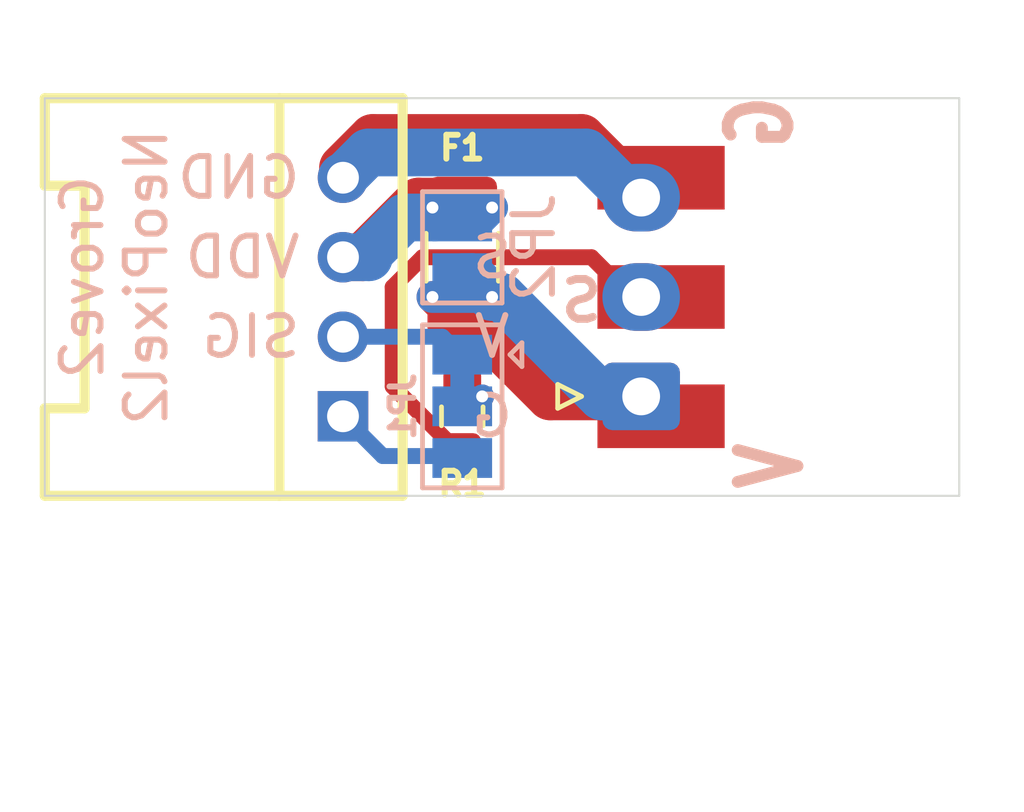
<source format=kicad_pcb>
(kicad_pcb (version 20211014) (generator pcbnew)
  (layers (0 "F.Cu" signal) (31 "B.Cu" signal) (34 "B.Paste" user) (35 "F.Paste" user) (36 "B.SilkS" user "B.Silkscreen") (37 "F.SilkS" user "F.Silkscreen") (38 "B.Mask" user) (39 "F.Mask" user) (44 "Edge.Cuts" user))
  (net 0 "")
  (net 1 "VDD")
  (net 2 "GND")
  (net 3 "Net-(CN1-Pad1)")
  (net 4 "Net-(CN1-Pad2)")
  (net 5 "Net-(JP1-Pad2)")
  (net 6 "Net-(F1-Pad1)")
  (net 7 "Net-(J1-Pad2)")
  (footprint "akita:MountingHole_1.6mm" (layer "F.Cu") (at 21.25 8)
    (fp_text reference "REF**" hide)
    (fp_text value "MountingHole_1.6mm" hide)
    (pad "" np_thru_hole circle (at 0 0) (size 1.6 1.6) (drill 1.6) (layers F&B.Cu *.Mask))
  )
  (footprint "akita:Pad_SMD1.6x3.2mm" (layer "F.Cu") (at 15.5 5)
    (fp_text reference "J3" hide)
    (fp_text value "Conn_01x01" hide)
    (pad "1" smd rect (at 0 0) (size 3.2 1.6) (layers "F.Cu" "F.Mask") (net 7 "Net-(J1-Pad2)"))
  )
  (footprint "akita:Pad_SMD1.6x3.2mm" (layer "F.Cu") (at 15.5 8)
    (fp_text reference "J2" hide)
    (fp_text value "Conn_01x01" hide)
    (pad "1" smd rect (at 0 0) (size 3.2 1.6) (layers "F.Cu" "F.Mask") (net 6 "Net-(F1-Pad1)"))
  )
  (footprint "akita:Pad_SMD1.6x3.2mm" (layer "F.Cu") (at 15.5 2)
    (fp_text reference "J4" hide)
    (fp_text value "Conn_01x01" hide)
    (pad "1" smd rect (at 0 0) (size 3.2 1.6) (layers "F.Cu" "F.Mask") (net 2 "GND"))
  )
  (footprint "akita:CON_GROVE_H" (layer "F.Cu") (at 7.5 5 90)
    (fp_text reference "CN1" hide)
    (fp_text value "CON_GROVE")
    (fp_line (start 2.8 -7.5) (end 5 -7.5) (layer "F.SilkS") (width 0.254))
    (fp_line (start 5 1.5) (end 5 -1.6) (layer "F.SilkS") (width 0.254))
    (fp_line (start -5 -7.5) (end -2.8 -7.5) (layer "F.SilkS") (width 0.254))
    (fp_line (start 2.8 -6.5) (end 2.8 -7.5) (layer "F.SilkS") (width 0.254))
    (fp_line (start -5 -1.6) (end 5 -1.6) (layer "F.SilkS") (width 0.254))
    (fp_line (start -2.8 -7.5) (end -2.8 -6.5) (layer "F.SilkS") (width 0.254))
    (fp_line (start -5 -1.6) (end -5 1.5) (layer "F.SilkS") (width 0.254))
    (fp_line (start 5 -1.6) (end 5 -7.5) (layer "F.SilkS") (width 0.254))
    (fp_line (start -5 -1) (end -5 1) (layer "F.SilkS") (width 0.127))
    (fp_line (start -5 -7.5) (end -5 -1.6) (layer "F.SilkS") (width 0.254))
    (fp_line (start -5 1.5) (end 5 1.5) (layer "F.SilkS") (width 0.254))
    (fp_line (start -2.8 -6.5) (end 2.8 -6.5) (layer "F.SilkS") (width 0.254))
    (pad "1" thru_hole rect (at -3 0 90) (size 1.27 1.27) (drill 0.8) (layers *.Cu *.Mask) (net 3 "Net-(CN1-Pad1)"))
    (pad "2" thru_hole circle (at -1 0 90) (size 1.27 1.27) (drill 0.8) (layers *.Cu *.Mask) (net 4 "Net-(CN1-Pad2)"))
    (pad "3" thru_hole circle (at 1 0 90) (size 1.27 1.27) (drill 0.8) (layers *.Cu *.Mask) (net 1 "VDD"))
    (pad "4" thru_hole circle (at 3 0 90) (size 1.27 1.27) (drill 0.8) (layers *.Cu *.Mask) (net 2 "GND"))
  )
  (footprint "Fuse:Fuse_1206_3216Metric" (layer "F.Cu") (at 10.5 4 90)
    (fp_text reference "F1" (at 2.75 0 180) (layer "F.SilkS") (effects (font (size 0.6 0.6))))
    (fp_text value "2A")
    (fp_line (start -0.602064 0.91) (end 0.602064 0.91) (layer "F.SilkS") (width 0.12))
    (fp_line (start -0.602064 -0.91) (end 0.602064 -0.91) (layer "F.SilkS") (width 0.12))
    (pad "1" smd roundrect locked (at -1.4 0 90) (size 1.25 1.75) (layers "F.Cu" "F.Paste" "F.Mask") (roundrect_rratio 0.2) (net 6 "Net-(F1-Pad1)"))
    (pad "2" smd roundrect locked (at 1.4 0 90) (size 1.25 1.75) (layers "F.Cu" "F.Paste" "F.Mask") (roundrect_rratio 0.2) (net 1 "VDD"))
  )
  (footprint "akita:MountingHole_1.6mm" (layer "F.Cu") (at 21.25 2)
    (fp_text reference "REF**" hide)
    (fp_text value "MountingHole_1.6mm" hide)
    (pad "" np_thru_hole circle (at 0 0) (size 1.6 1.6) (drill 1.6) (layers F&B.Cu *.Mask))
  )
  (footprint "akita:MountingHole_1.6mm" (layer "F.Cu") (at 21.25 5)
    (fp_text reference "REF**" hide)
    (fp_text value "MountingHole_1.6mm" hide)
    (pad "" np_thru_hole circle (at 0 0) (size 1.6 1.6) (drill 1.6) (layers F&B.Cu *.Mask))
  )
  (footprint "Connector_JST:JST_XH_S3B-XH-A-1_1x03_P2.50mm_Horizontal" (layer "F.Cu") (at 15 7.5 90)
    (fp_text reference "J1" hide)
    (fp_text value "Conn_01x03")
    (fp_line (start -0.3 -2.1) (end 0.3 -2.1) (layer "F.SilkS") (width 0.12))
    (fp_line (start 0 -1.5) (end -0.3 -2.1) (layer "F.SilkS") (width 0.12))
    (fp_line (start 0.3 -2.1) (end 0 -1.5) (layer "F.SilkS") (width 0.12))
    (pad "1" thru_hole roundrect (at 0 0 90) (size 1.7 1.95) (drill 0.95) (layers *.Cu *.Mask) (roundrect_rratio 0.147059) (net 6 "Net-(F1-Pad1)"))
    (pad "2" thru_hole oval (at 2.5 0 90) (size 1.7 1.95) (drill 0.95) (layers *.Cu *.Mask) (net 7 "Net-(J1-Pad2)"))
    (pad "3" thru_hole oval (at 5 0 90) (size 1.7 1.95) (drill 0.95) (layers *.Cu *.Mask) (net 2 "GND"))
  )
  (footprint "Resistor_SMD:R_0603_1608Metric" (layer "F.Cu") (at 10.5 8 90)
    (fp_text reference "R1" (at -1.7 0) (layer "F.SilkS") (effects (font (size 0.6 0.6))))
    (fp_text value "100")
    (fp_line (start -0.237258 0.5225) (end 0.237258 0.5225) (layer "F.SilkS") (width 0.12))
    (fp_line (start -0.237258 -0.5225) (end 0.237258 -0.5225) (layer "F.SilkS") (width 0.12))
    (pad "1" smd roundrect locked (at -0.825 0 90) (size 0.8 0.95) (layers "F.Cu" "F.Paste" "F.Mask") (net 7 "Net-(J1-Pad2)"))
    (pad "2" smd roundrect locked (at 0.825 0 90) (size 0.8 0.95) (layers "F.Cu" "F.Paste" "F.Mask") (net 5 "Net-(JP1-Pad2)"))
  )
  (footprint "Jumper:SolderJumper-3_P1.3mm_Bridged12_Pad1.0x1.5mm" (layer "B.Cu") (at 10.5 7.75 -90)
    (fp_text reference "JP1" (at 0 1.5 90) (layer "B.SilkS") (effects (font (size 0.6 0.6)) (justify mirror)))
    (fp_text value "SolderJumper_3_Bridged12")
    (fp_poly (pts (xy -0.9 0.3) (xy -0.4 0.3) (xy -0.4 -0.3) (xy -0.9 -0.3)) (layer "B.Cu") (width 0) (fill solid))
    (fp_line (start 2.05 -1) (end -2.05 -1) (layer "B.SilkS") (width 0.12))
    (fp_line (start 2.05 1) (end 2.05 -1) (layer "B.SilkS") (width 0.12))
    (fp_line (start -1.6 -1.5) (end -1 -1.5) (layer "B.SilkS") (width 0.12))
    (fp_line (start -2.05 -1) (end -2.05 1) (layer "B.SilkS") (width 0.12))
    (fp_line (start -1.3 -1.2) (end -1.6 -1.5) (layer "B.SilkS") (width 0.12))
    (fp_line (start -2.05 1) (end 2.05 1) (layer "B.SilkS") (width 0.12))
    (fp_line (start -1.3 -1.2) (end -1 -1.5) (layer "B.SilkS") (width 0.12))
    (pad "1" smd rect locked (at -1.3 0 270) (size 1 1.5) (layers "B.Cu" "B.Mask") (net 4 "Net-(CN1-Pad2)"))
    (pad "2" smd rect locked (at 0 0 270) (size 1 1.5) (layers "B.Cu" "B.Mask") (net 5 "Net-(JP1-Pad2)"))
    (pad "3" smd rect locked (at 1.3 0 270) (size 1 1.5) (layers "B.Cu" "B.Mask") (net 3 "Net-(CN1-Pad1)"))
  )
  (footprint "Jumper:SolderJumper-2_P1.3mm_Open_Pad1.0x1.5mm" (layer "B.Cu") (at 10.5 3.75 90)
    (fp_text reference "JP2" (at 0 1.8 270) (layer "B.SilkS") (effects (justify mirror)))
    (fp_text value "Jumper_2_Open")
    (fp_line (start -1.4 -1) (end -1.4 1) (layer "B.SilkS") (width 0.12))
    (fp_line (start -1.4 1) (end 1.4 1) (layer "B.SilkS") (width 0.12))
    (fp_line (start 1.4 -1) (end -1.4 -1) (layer "B.SilkS") (width 0.12))
    (fp_line (start 1.4 1) (end 1.4 -1) (layer "B.SilkS") (width 0.12))
    (pad "1" smd rect locked (at -0.65 0 90) (size 1 1.5) (layers "B.Cu" "B.Mask") (net 6 "Net-(F1-Pad1)"))
    (pad "2" smd rect locked (at 0.65 0 90) (size 1 1.5) (layers "B.Cu" "B.Mask") (net 1 "VDD"))
  )
  (gr_line (start 23 10) (end 0 10) (layer "Edge.Cuts") (width 0.05))
  (gr_line (start 23 0) (end 23 10) (layer "Edge.Cuts") (width 0.05))
  (gr_line (start 0 10) (end 0 0) (layer "Edge.Cuts") (width 0.05))
  (gr_line (start 0 0) (end 23 0) (layer "Edge.Cuts") (width 0.05))
  (gr_text "V\n" (at 18.25 9.25 90) (layer "B.SilkS") (effects (font (size 1.5 1.2) (thickness 0.3)) (justify mirror)))
  (gr_text "V" (at 11.25 6) (layer "B.SilkS") (effects (font (size 1 1)) (justify mirror)))
  (gr_text "G" (at 18 0.6 90) (layer "B.SilkS") (effects (font (size 1.5 1.2) (thickness 0.3)) (justify mirror)))
  (gr_text "VDD" (at 6.5 4) (layer "B.SilkS") (effects (font (size 1 1)) (justify left mirror)))
  (gr_text "S" (at 13.5 5 180) (layer "B.SilkS") (effects (font (size 1 1) (thickness 0.2)) (justify mirror)))
  (gr_text "G" (at 11.25 8) (layer "B.SilkS") (effects (font (size 1 1)) (justify mirror)))
  (gr_text "GND" (at 6.5 2) (layer "B.SilkS") (effects (font (size 1 1)) (justify left mirror)))
  (gr_text "S" (at 11.25 4) (layer "B.SilkS") (effects (font (size 1 1)) (justify mirror)))
  (gr_text "Grove2\nNeoPixel2" (at 1.75 4.5 90) (layer "B.SilkS") (effects (font (size 1 1)) (justify mirror)))
  (gr_text "SIG" (at 6.5 6) (layer "B.SilkS") (effects (font (size 1 1)) (justify left mirror)))
  (segment (start 8 4) (end 7.75 4) (width 1.2) (layer "F.Cu") (net 1))
  (segment (start 10.5 2.6) (end 9.4 2.6) (width 1.2) (layer "F.Cu") (net 1))
  (segment (start 9.4 2.6) (end 8 4) (width 1.2) (layer "F.Cu") (net 1))
  (via (at 11.25 2.75) (size 0.6) (drill 0.3) (layers "F.Cu" "B.Cu") (net 1))
  (via (at 9.75 2.75) (size 0.6) (drill 0.3) (layers "F.Cu" "B.Cu") (net 1))
  (segment (start 10.1 3.1) (end 10.5 3.1) (width 0.8) (layer "B.Cu") (net 1))
  (segment (start 10.9 3.1) (end 10.5 3.1) (width 0.8) (layer "B.Cu") (net 1))
  (segment (start 11.25 2.75) (end 10.9 3.1) (width 0.8) (layer "B.Cu") (net 1))
  (segment (start 7.5 4) (end 8.15 4) (width 1.2) (layer "B.Cu") (net 1))
  (segment (start 9.75 2.75) (end 11.25 2.75) (width 0.8) (layer "B.Cu") (net 1))
  (segment (start 8.15 3.900978) (end 9.050978 3) (width 1.2) (layer "B.Cu") (net 1))
  (segment (start 8.15 4) (end 8.15 3.900978) (width 1.2) (layer "B.Cu") (net 1))
  (segment (start 9.050978 3) (end 9.8 3) (width 1.2) (layer "B.Cu") (net 1))
  (segment (start 9.75 2.75) (end 10.1 3.1) (width 0.8) (layer "B.Cu") (net 1))
  (segment (start 8.25 1) (end 7.5 1.75) (width 1.2) (layer "F.Cu") (net 2))
  (segment (start 13.5 1) (end 8.25 1) (width 1.2) (layer "F.Cu") (net 2))
  (segment (start 15 2.5) (end 13.5 1) (width 1.2) (layer "F.Cu") (net 2))
  (segment (start 7.5 2) (end 8.135 1.365) (width 1.2) (layer "B.Cu") (net 2))
  (segment (start 13.615 1.365) (end 15 2.75) (width 1.2) (layer "B.Cu") (net 2))
  (segment (start 8.135 1.365) (end 13.615 1.365) (width 1.2) (layer "B.Cu") (net 2))
  (segment (start 8.5 9) (end 10.75 9) (width 0.4) (layer "B.Cu") (net 3))
  (segment (start 7.5 8) (end 8.5 9) (width 0.4) (layer "B.Cu") (net 3))
  (segment (start 10 6) (end 10.5 6.5) (width 0.4) (layer "B.Cu") (net 4))
  (segment (start 7.5 6) (end 10 6) (width 0.4) (layer "B.Cu") (net 4))
  (segment (start 11 7.5) (end 10.825 7.5) (width 0.4) (layer "F.Cu") (net 5))
  (segment (start 10.825 7.5) (end 10.5 7.175) (width 0.4) (layer "F.Cu") (net 5))
  (via (at 11 7.5) (size 0.6) (drill 0.3) (layers "F.Cu" "B.Cu") (net 5))
  (segment (start 10.9 5) (end 10.5 5.4) (width 0.8) (layer "F.Cu") (net 6))
  (segment (start 11.25 5) (end 10.9 5) (width 0.8) (layer "F.Cu") (net 6))
  (segment (start 10.15 5.4) (end 9.75 5) (width 0.8) (layer "F.Cu") (net 6))
  (segment (start 10.713534 5.5) (end 10.5 5.5) (width 1.2) (layer "F.Cu") (net 6))
  (segment (start 10.5 5.4) (end 10.15 5.4) (width 0.8) (layer "F.Cu") (net 6))
  (segment (start 12.713534 7.5) (end 10.713534 5.5) (width 1.2) (layer "F.Cu") (net 6))
  (segment (start 15 7.5) (end 12.713534 7.5) (width 1.2) (layer "F.Cu") (net 6))
  (via (at 11.25 5) (size 0.6) (drill 0.3) (layers "F.Cu" "B.Cu") (net 6))
  (via (at 9.75 5) (size 0.6) (drill 0.3) (layers "F.Cu" "B.Cu") (net 6))
  (segment (start 9.75 5) (end 11.25 5) (width 0.8) (layer "B.Cu") (net 6))
  (segment (start 11.25 5) (end 11.5 5) (width 1.2) (layer "B.Cu") (net 6))
  (segment (start 14 7.5) (end 15 7.5) (width 1.2) (layer "B.Cu") (net 6))
  (segment (start 11.25 5) (end 10.75 4.5) (width 1.2) (layer "B.Cu") (net 6))
  (segment (start 11.5 5) (end 14 7.5) (width 1.2) (layer "B.Cu") (net 6))
  (segment (start 10.75 4.5) (end 10.5 4.5) (width 1.2) (layer "B.Cu") (net 6))
  (segment (start 8.75 7.25) (end 8.75 4.75) (width 0.4) (layer "F.Cu") (net 7))
  (segment (start 13.75 4) (end 14.25 4.5) (width 0.4) (layer "F.Cu") (net 7))
  (segment (start 8.75 4.75) (end 9.5 4) (width 0.4) (layer "F.Cu") (net 7))
  (segment (start 9.5 4) (end 13.75 4) (width 0.4) (layer "F.Cu") (net 7))
  (segment (start 10.5 8.825) (end 10.325 8.825) (width 0.4) (layer "F.Cu") (net 7))
  (segment (start 10.325 8.825) (end 8.75 7.25) (width 0.4) (layer "F.Cu") (net 7))
)
</source>
